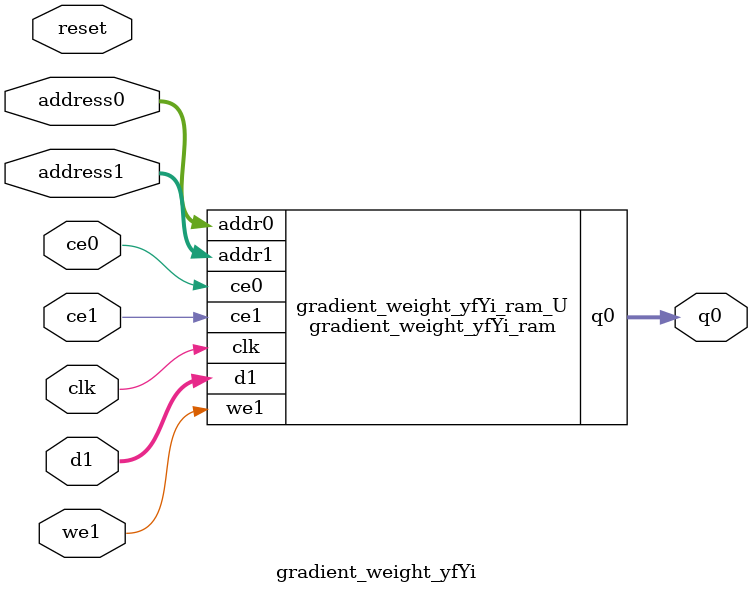
<source format=v>

`timescale 1 ns / 1 ps
module gradient_weight_yfYi_ram (addr0, ce0, q0, addr1, ce1, d1, we1,  clk);

parameter DWIDTH = 32;
parameter AWIDTH = 10;
parameter MEM_SIZE = 1024;

input[AWIDTH-1:0] addr0;
input ce0;
output reg[DWIDTH-1:0] q0;
input[AWIDTH-1:0] addr1;
input ce1;
input[DWIDTH-1:0] d1;
input we1;
input clk;

(* ram_style = "block" *)reg [DWIDTH-1:0] ram[0:MEM_SIZE-1];




always @(posedge clk)  
begin 
    if (ce0) 
    begin
            q0 <= ram[addr0];
    end
end


always @(posedge clk)  
begin 
    if (ce1) 
    begin
        if (we1) 
        begin 
            ram[addr1] <= d1; 
        end 
    end
end


endmodule


`timescale 1 ns / 1 ps
module gradient_weight_yfYi(
    reset,
    clk,
    address0,
    ce0,
    q0,
    address1,
    ce1,
    we1,
    d1);

parameter DataWidth = 32'd32;
parameter AddressRange = 32'd1024;
parameter AddressWidth = 32'd10;
input reset;
input clk;
input[AddressWidth - 1:0] address0;
input ce0;
output[DataWidth - 1:0] q0;
input[AddressWidth - 1:0] address1;
input ce1;
input we1;
input[DataWidth - 1:0] d1;



gradient_weight_yfYi_ram gradient_weight_yfYi_ram_U(
    .clk( clk ),
    .addr0( address0 ),
    .ce0( ce0 ),
    .q0( q0 ),
    .addr1( address1 ),
    .ce1( ce1 ),
    .we1( we1 ),
    .d1( d1 ));

endmodule


</source>
